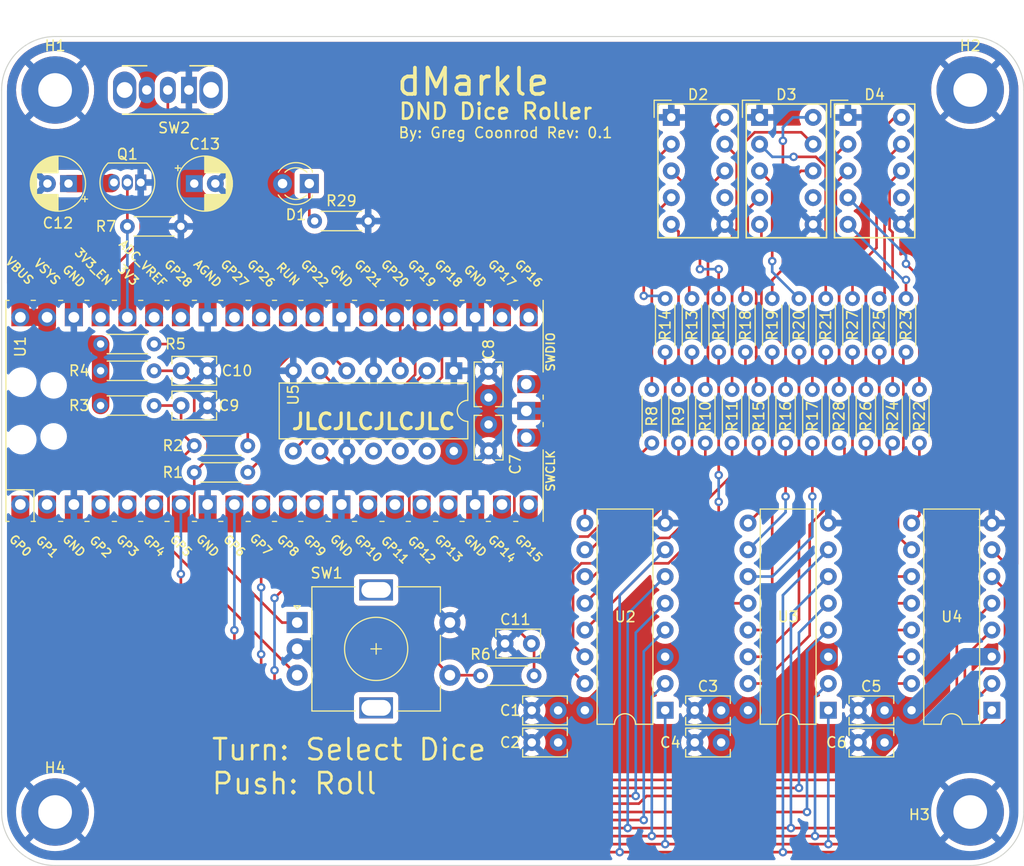
<source format=kicad_pcb>
(kicad_pcb (version 20211014) (generator pcbnew)
  (title_block (title "dMarkle") (date "2023-01-23") (rev "0.1") (company "Microcode.io"))
  (layers (0 "F.Cu" signal) (31 "B.Cu" power) (34 "B.Paste" user) (35 "F.Paste" user) (36 "B.SilkS" user "B.Silkscreen") (37 "F.SilkS" user "F.Silkscreen") (38 "B.Mask" user) (39 "F.Mask" user) (44 "Edge.Cuts" user))
  (net 0 "")
  (net 1 "+5V")
  (net 2 "GND")
  (net 3 "Net-(C9-Pad1)")
  (net 4 "Net-(C10-Pad1)")
  (net 5 "/R_~{SW}")
  (net 6 "+3.3V")
  (net 7 "Net-(D1-Pad1)")
  (net 8 "/R_CLK")
  (net 9 "/R_DT")
  (net 10 "Net-(R5-Pad2)")
  (net 11 "Net-(C11-Pad1)")
  (net 12 "Net-(D2-Pad2)")
  (net 13 "Net-(D2-Pad3)")
  (net 14 "Net-(D2-Pad4)")
  (net 15 "Net-(D2-Pad5)")
  (net 17 "Net-(D2-Pad8)")
  (net 18 "Net-(D2-Pad9)")
  (net 19 "Net-(D2-Pad10)")
  (net 20 "Net-(D3-Pad2)")
  (net 21 "Net-(D3-Pad3)")
  (net 22 "Net-(D3-Pad4)")
  (net 23 "Net-(D3-Pad5)")
  (net 25 "Net-(D3-Pad8)")
  (net 26 "Net-(D3-Pad9)")
  (net 27 "Net-(D3-Pad10)")
  (net 28 "Net-(D4-Pad2)")
  (net 29 "Net-(D4-Pad3)")
  (net 30 "Net-(D4-Pad4)")
  (net 31 "Net-(D4-Pad5)")
  (net 33 "Net-(D4-Pad8)")
  (net 34 "Net-(D4-Pad9)")
  (net 35 "Net-(D4-Pad10)")
  (net 36 "Net-(R1-Pad1)")
  (net 37 "Net-(R2-Pad1)")
  (net 38 "Net-(R8-Pad1)")
  (net 39 "Net-(R9-Pad1)")
  (net 40 "Net-(R10-Pad1)")
  (net 41 "Net-(R11-Pad1)")
  (net 42 "Net-(R12-Pad1)")
  (net 43 "Net-(R13-Pad1)")
  (net 44 "Net-(R14-Pad1)")
  (net 45 "Net-(U3-Pad9)")
  (net 46 "Net-(U3-Pad10)")
  (net 47 "Net-(U3-Pad11)")
  (net 48 "Net-(U3-Pad12)")
  (net 49 "Net-(U3-Pad13)")
  (net 50 "Net-(U3-Pad14)")
  (net 51 "Net-(U3-Pad15)")
  (net 52 "Net-(U4-Pad9)")
  (net 53 "Net-(U4-Pad10)")
  (net 54 "Net-(U4-Pad11)")
  (net 55 "Net-(U4-Pad12)")
  (net 56 "Net-(U4-Pad13)")
  (net 57 "Net-(U4-Pad14)")
  (net 58 "Net-(U4-Pad15)")
  (net 59 "/D0")
  (net 60 "/D1")
  (net 61 "/D2")
  (net 62 "/D3")
  (net 63 "/~{BL}1")
  (net 64 "/~{BL}2")
  (net 65 "/~{BL}3")
  (net 66 "/~{LE}1")
  (net 67 "/~{LE}2")
  (net 68 "/~{LE}3")
  (net 89 "/ENABLE")
  (footprint "MountingHole:MountingHole_3.2mm_M3_Pad" (layer "F.Cu") (at 93.98 78.74)
    (fp_text reference "H1")
    (fp_text value "M3")
  )
  (footprint "Capacitor_THT:C_Rect_L4.0mm_W2.5mm_P2.50mm" (layer "F.Cu") (at 139.192 131.318 180)
    (fp_text reference "C11")
    (fp_text value "0u1")
  )
  (footprint "Resistor_THT:R_Axial_DIN0204_L3.6mm_D1.6mm_P5.08mm_Horizontal" (layer "F.Cu") (at 169.672 103.632 90)
    (fp_text reference "R27")
    (fp_text value "330")
  )
  (footprint "Display_7Segment:HDSP-A151" (layer "F.Cu") (at 160.8545 81.3425)
    (fp_text reference "D3")
    (fp_text value "INND-TS30RCB")
  )
  (footprint "Resistor_THT:R_Axial_DIN0204_L3.6mm_D1.6mm_P5.08mm_Horizontal" (layer "F.Cu") (at 150.622 112.268 90)
    (fp_text reference "R8")
    (fp_text value "330")
  )
  (footprint "Display_7Segment:HDSP-A151" (layer "F.Cu") (at 152.4725 81.3425)
    (fp_text reference "D2")
    (fp_text value "INND-TS30RCB")
  )
  (footprint "Resistor_THT:R_Axial_DIN0204_L3.6mm_D1.6mm_P5.08mm_Horizontal" (layer "F.Cu") (at 176.022 112.268 90)
    (fp_text reference "R22")
    (fp_text value "330")
  )
  (footprint "Resistor_THT:R_Axial_DIN0204_L3.6mm_D1.6mm_P5.08mm_Horizontal" (layer "F.Cu") (at 98.298 108.712)
    (fp_text reference "R3")
    (fp_text value "10k")
  )
  (footprint "Display_7Segment:HDSP-A151" (layer "F.Cu") (at 169.2365 81.3425)
    (fp_text reference "D4")
    (fp_text value "INND-TS30RCB")
  )
  (footprint "Resistor_THT:R_Axial_DIN0204_L3.6mm_D1.6mm_P5.08mm_Horizontal" (layer "F.Cu") (at 164.592 103.632 90)
    (fp_text reference "R20")
    (fp_text value "330")
  )
  (footprint "Resistor_THT:R_Axial_DIN0204_L3.6mm_D1.6mm_P5.08mm_Horizontal" (layer "F.Cu") (at 159.512 103.632 90)
    (fp_text reference "R18")
    (fp_text value "330")
  )
  (footprint "Capacitor_THT:C_Rect_L4.0mm_W2.5mm_P2.50mm" (layer "F.Cu") (at 172.72 140.716 180)
    (fp_text reference "C6")
    (fp_text value "0u1")
  )
  (footprint "Package_DIP:DIP-16_W7.62mm" (layer "F.Cu") (at 167.376 137.653 180)
    (fp_text reference "U3")
    (fp_text value "74HC4511")
  )
  (footprint "Capacitor_THT:C_Rect_L4.0mm_W2.5mm_P2.50mm" (layer "F.Cu") (at 105.938 108.712)
    (fp_text reference "C9")
    (fp_text value "10n")
  )
  (footprint "Resistor_THT:R_Axial_DIN0204_L3.6mm_D1.6mm_P5.08mm_Horizontal" (layer "F.Cu") (at 112.268 115.062 180)
    (fp_text reference "R1")
    (fp_text value "10k")
  )
  (footprint "Capacitor_THT:C_Rect_L4.0mm_W2.5mm_P2.50mm" (layer "F.Cu") (at 172.72 137.668 180)
    (fp_text reference "C5")
    (fp_text value "1u")
  )
  (footprint "Button_Switch_THT:SW_CuK_OS102011MA1QN1_SPDT_Angled" (layer "F.Cu") (at 106.68 78.74 180)
    (fp_text reference "SW2")
    (fp_text value "SW_EN")
  )
  (footprint "Resistor_THT:R_Axial_DIN0204_L3.6mm_D1.6mm_P5.08mm_Horizontal" (layer "F.Cu") (at 172.212 103.632 90)
    (fp_text reference "R25")
    (fp_text value "330")
  )
  (footprint "Capacitor_THT:C_Rect_L4.0mm_W2.5mm_P2.50mm" (layer "F.Cu") (at 157.206 140.716 180)
    (fp_text reference "C4")
    (fp_text value "0u1")
  )
  (footprint "Resistor_THT:R_Axial_DIN0204_L3.6mm_D1.6mm_P5.08mm_Horizontal" (layer "F.Cu") (at 170.942 112.268 90)
    (fp_text reference "R26")
    (fp_text value "330")
  )
  (footprint "Capacitor_THT:CP_Radial_D5.0mm_P2.00mm" (layer "F.Cu") (at 107.188 87.63)
    (fp_text reference "C13")
    (fp_text value "10u")
  )
  (footprint "Resistor_THT:R_Axial_DIN0204_L3.6mm_D1.6mm_P5.08mm_Horizontal" (layer "F.Cu") (at 168.402 112.268 90)
    (fp_text reference "R28")
    (fp_text value "330")
  )
  (footprint "Resistor_THT:R_Axial_DIN0204_L3.6mm_D1.6mm_P5.08mm_Horizontal" (layer "F.Cu") (at 134.366 134.366)
    (fp_text reference "R6")
    (fp_text value "200k")
  )
  (footprint "Resistor_THT:R_Axial_DIN0204_L3.6mm_D1.6mm_P5.08mm_Horizontal" (layer "F.Cu") (at 98.298 105.41)
    (fp_text reference "R4")
    (fp_text value "10k")
  )
  (footprint "Capacitor_THT:C_Rect_L4.0mm_W2.5mm_P2.50mm" (layer "F.Cu") (at 135.128 110.51 -90)
    (fp_text reference "C7")
    (fp_text value "1u")
  )
  (footprint "Resistor_THT:R_Axial_DIN0204_L3.6mm_D1.6mm_P5.08mm_Horizontal" (layer "F.Cu") (at 153.162 112.268 90)
    (fp_text reference "R9")
    (fp_text value "330")
  )
  (footprint "Package_DIP:DIP-16_W7.62mm" (layer "F.Cu") (at 182.9 137.653 180)
    (fp_text reference "U4")
    (fp_text value "74HC4511")
  )
  (footprint "MountingHole:MountingHole_3.2mm_M3_Pad" (layer "F.Cu") (at 180.848 147.32)
    (fp_text reference "H3")
    (fp_text value "M3")
  )
  (footprint "Resistor_THT:R_Axial_DIN0204_L3.6mm_D1.6mm_P5.08mm_Horizontal" (layer "F.Cu") (at 173.482 112.268 90)
    (fp_text reference "R24")
    (fp_text value "330")
  )
  (footprint "Resistor_THT:R_Axial_DIN0204_L3.6mm_D1.6mm_P5.08mm_Horizontal" (layer "F.Cu") (at 100.838 91.694)
    (fp_text reference "R7")
    (fp_text value "10k")
  )
  (footprint "Capacitor_THT:C_Rect_L4.0mm_W2.5mm_P2.50mm" (layer "F.Cu") (at 135.128 107.95 90)
    (fp_text reference "C8")
    (fp_text value "0u1")
  )
  (footprint "Capacitor_THT:C_Rect_L4.0mm_W2.5mm_P2.50mm" (layer "F.Cu") (at 157.206 137.668 180)
    (fp_text reference "C3")
    (fp_text value "1u")
  )
  (footprint "MountingHole:MountingHole_3.2mm_M3_Pad" (layer "F.Cu") (at 180.848 78.74)
    (fp_text reference "H2")
    (fp_text value "M3")
  )
  (footprint "Capacitor_THT:C_Rect_L4.0mm_W2.5mm_P2.50mm" (layer "F.Cu") (at 141.732 140.716 180)
    (fp_text reference "C2")
    (fp_text value "0u1")
  )
  (footprint "Resistor_THT:R_Axial_DIN0204_L3.6mm_D1.6mm_P5.08mm_Horizontal" (layer "F.Cu") (at 160.782 112.268 90)
    (fp_text reference "R15")
    (fp_text value "330")
  )
  (footprint "Resistor_THT:R_Axial_DIN0204_L3.6mm_D1.6mm_P5.08mm_Horizontal" (layer "F.Cu") (at 163.322 112.268 90)
    (fp_text reference "R16")
    (fp_text value "330")
  )
  (footprint "Capacitor_THT:C_Rect_L4.0mm_W2.5mm_P2.50mm" (layer "F.Cu") (at 141.732 137.668 180)
    (fp_text reference "C1")
    (fp_text value "1u")
  )
  (footprint "Resistor_THT:R_Axial_DIN0204_L3.6mm_D1.6mm_P5.08mm_Horizontal" (layer "F.Cu") (at 162.052 103.632 90)
    (fp_text reference "R19")
    (fp_text value "330")
  )
  (footprint "Resistor_THT:R_Axial_DIN0204_L3.6mm_D1.6mm_P5.08mm_Horizontal" (layer "F.Cu") (at 156.972 103.632 90)
    (fp_text reference "R12")
    (fp_text value "330")
  )
  (footprint "MountingHole:MountingHole_3.2mm_M3_Pad" (layer "F.Cu") (at 93.98 147.32)
    (fp_text reference "H4")
    (fp_text value "M3")
  )
  (footprint "MCU_RaspberryPi_and_Boards:RPi_Pico_SMD_TH" (layer "F.Cu") (at 114.808 109.22 90)
    (fp_text reference "U1")
    (fp_text value "Pico")
  )
  (footprint "Resistor_THT:R_Axial_DIN0204_L3.6mm_D1.6mm_P5.08mm_Horizontal" (layer "F.Cu") (at 174.752 103.632 90)
    (fp_text reference "R23")
    (fp_text value "330")
  )
  (footprint "Resistor_THT:R_Axial_DIN0204_L3.6mm_D1.6mm_P5.08mm_Horizontal" (layer "F.Cu") (at 154.432 103.632 90)
    (fp_text reference "R13")
    (fp_text value "330")
  )
  (footprint "Resistor_THT:R_Axial_DIN0204_L3.6mm_D1.6mm_P5.08mm_Horizontal" (layer "F.Cu") (at 118.618 91.186)
    (fp_text reference "R29")
    (fp_text value "300")
  )
  (footprint "Resistor_THT:R_Axial_DIN0204_L3.6mm_D1.6mm_P5.08mm_Horizontal" (layer "F.Cu") (at 155.702 112.268 90)
    (fp_text reference "R10")
    (fp_text value "330")
  )
  (footprint "Resistor_THT:R_Axial_DIN0204_L3.6mm_D1.6mm_P5.08mm_Horizontal" (layer "F.Cu") (at 98.298 102.87)
    (fp_text reference "R5")
    (fp_text value "10k")
  )
  (footprint "Resistor_THT:R_Axial_DIN0204_L3.6mm_D1.6mm_P5.08mm_Horizontal" (layer "F.Cu") (at 165.862 112.268 90)
    (fp_text reference "R17")
    (fp_text value "330")
  )
  (footprint "Package_DIP:DIP-16_W7.62mm" (layer "F.Cu") (at 151.89 137.653 180)
    (fp_text reference "U2")
    (fp_text value "74HC4511")
  )
  (footprint "Package_DIP:DIP-14_W7.62mm" (layer "F.Cu") (at 131.826 105.41 -90)
    (fp_text reference "U5")
    (fp_text value "74LS125")
  )
  (footprint "Resistor_THT:R_Axial_DIN0204_L3.6mm_D1.6mm_P5.08mm_Horizontal" (layer "F.Cu") (at 167.132 103.632 90)
    (fp_text reference "R21")
    (fp_text value "330")
  )
  (footprint "Capacitor_THT:C_Rect_L4.0mm_W2.5mm_P2.50mm" (layer "F.Cu") (at 105.938 105.41)
    (fp_text reference "C10")
    (fp_text value "10n")
  )
  (footprint "Rotary_Encoder:RotaryEncoder_Alps_EC11E-Switch_Vertical_H20mm" (layer "F.Cu") (at 116.956 129.326)
    (fp_text reference "SW1")
    (fp_text value "SW_Choice")
  )
  (footprint "LED_THT:LED_D3.0mm" (layer "F.Cu") (at 118.11 87.63 180)
    (fp_text reference "D1")
    (fp_text value "PWR")
  )
  (footprint "Resistor_THT:R_Axial_DIN0204_L3.6mm_D1.6mm_P5.08mm_Horizontal" (layer "F.Cu") (at 112.268 112.522 180)
    (fp_text reference "R2")
    (fp_text value "10k")
  )
  (footprint "Package_TO_SOT_THT:TO-92_Inline" (layer "F.Cu") (at 102.108 87.524 180)
    (fp_text reference "Q1")
    (fp_text value "2N7000")
  )
  (footprint "Resistor_THT:R_Axial_DIN0204_L3.6mm_D1.6mm_P5.08mm_Horizontal" (layer "F.Cu") (at 151.892 103.632 90)
    (fp_text reference "R14")
    (fp_text value "330")
  )
  (footprint "Capacitor_THT:CP_Radial_D5.0mm_P2.00mm" (layer "F.Cu") (at 95.25 87.63 180)
    (fp_text reference "C12")
    (fp_text value "10u")
  )
  (footprint "Resistor_THT:R_Axial_DIN0204_L3.6mm_D1.6mm_P5.08mm_Horizontal" (layer "F.Cu") (at 158.242 112.268 90)
    (fp_text reference "R11")
    (fp_text value "330")
  )
  (gr_line (start 180.848 152.4) (end 93.98 152.4) (layer "Edge.Cuts") (width 0.1))
  (gr_arc (start 185.928 147.32) (mid 184.440102 150.912102) (end 180.848 152.4) (layer "Edge.Cuts") (width 0.1))
  (gr_arc (start 93.98 152.4) (mid 90.387898 150.912102) (end 88.9 147.32) (layer "Edge.Cuts") (width 0.1))
  (gr_arc (start 88.9 78.74) (mid 90.387898 75.147898) (end 93.98 73.66) (layer "Edge.Cuts") (width 0.1))
  (gr_line (start 93.98 73.66) (end 180.848 73.66) (layer "Edge.Cuts") (width 0.1))
  (gr_line (start 185.928 78.74) (end 185.928 147.32) (layer "Edge.Cuts") (width 0.1))
  (gr_arc (start 180.848 73.66) (mid 184.440102 75.147898) (end 185.928 78.74) (layer "Edge.Cuts") (width 0.1))
  (gr_line (start 88.9 147.32) (end 88.9 78.74) (layer "Edge.Cuts") (width 0.1))
  (gr_text "JLCJLCJLCJLC" (at 124.206 110.236) (layer "F.SilkS") (effects (font (size 1.5 1.5) (thickness 0.3))))
  (gr_text "dMarkle" (at 126.238 77.978) (layer "F.SilkS") (effects (font (size 2.5 2.5) (thickness 0.35)) (justify left)))
  (gr_text "By: Greg Coonrod Rev: 0.1" (at 126.492 82.804) (layer "F.SilkS") (effects (font (size 1 1)) (justify left)))
  (gr_text "DND Dice Roller" (at 126.492 80.772) (layer "F.SilkS") (effects (font (size 1.5 1.5) (thickness 0.25)) (justify left)))
  (gr_text "Turn: Select Dice\nPush: Roll" (at 108.712 143.002) (layer "F.SilkS") (effects (font (size 2 2) (thickness 0.25)) (justify left)))
  (segment (start 93.218 102.108) (end 93.98 102.87) (width 1.65) (layer "F.Cu") (net 1))
  (segment (start 93.218 96.012) (end 97.536 91.694) (width 1.65) (layer "F.Cu") (net 1))
  (segment (start 93.218 100.33) (end 93.218 96.012) (width 1.65) (layer "F.Cu") (net 1))
  (segment (start 97.536 87.63) (end 99.288 87.63) (width 1.65) (layer "F.Cu") (net 1))
  (segment (start 99.288 87.63) (end 99.288 87.524) (width 1.65) (layer "F.Cu") (net 1))
  (segment (start 93.218 100.33) (end 93.218 102.108) (width 1.65) (layer "F.Cu") (net 1))
  (segment (start 93.98 102.87) (end 98.298 102.87) (width 1.65) (layer "F.Cu") (net 1))
  (segment (start 97.536 91.694) (end 97.536 87.63) (width 1.65) (layer "F.Cu") (net 1))
  (segment (start 90.678 100.33) (end 93.218 100.33) (width 1.65) (layer "F.Cu") (net 1))
  (segment (start 98.298 102.87) (end 98.298 108.712) (width 1.65) (layer "F.Cu") (net 1))
  (segment (start 97.536 87.63) (end 95.25 87.63) (width 1.65) (layer "F.Cu") (net 1))
  (segment (start 116.956 131.826) (end 120.396 131.826) (width 1.65) (layer "B.Cu") (net 2))
  (segment (start 104.743 114.967) (end 104.743 122.113) (width 0.25) (layer "F.Cu") (net 3))
  (segment (start 107.188 112.522) (end 104.743 114.967) (width 0.25) (layer "F.Cu") (net 3))
  (segment (start 103.378 108.712) (end 105.938 108.712) (width 0.25) (layer "F.Cu") (net 3))
  (segment (start 104.743 122.113) (end 116.956 134.326) (width 0.25) (layer "F.Cu") (net 3))
  (segment (start 105.938 111.272) (end 107.188 112.522) (width 0.25) (layer "F.Cu") (net 3))
  (segment (start 105.938 108.712) (end 105.938 111.272) (width 0.25) (layer "F.Cu") (net 3))
  (segment (start 108.458 113.792) (end 107.188 115.062) (width 0.25) (layer "F.Cu") (net 4))
  (segment (start 107.188 110.744) (end 108.458 112.014) (width 0.25) (layer "F.Cu") (net 4))
  (segment (start 107.188 115.062) (end 107.188 120.99) (width 0.25) (layer "F.Cu") (net 4))
  (segment (start 103.378 105.41) (end 105.938 105.41) (width 0.25) (layer "F.Cu") (net 4))
  (segment (start 107.188 120.99) (end 115.524 129.326) (width 0.25) (layer "F.Cu") (net 4))
  (segment (start 108.458 112.014) (end 108.458 113.792) (width 0.25) (layer "F.Cu") (net 4))
  (segment (start 107.188 106.66) (end 107.188 110.744) (width 0.25) (layer "F.Cu") (net 4))
  (segment (start 115.524 129.326) (end 116.956 129.326) (width 0.25) (layer "F.Cu") (net 4))
  (segment (start 105.938 105.41) (end 107.188 106.66) (width 0.25) (layer "F.Cu") (net 4))
  (segment (start 130.701 106.027) (end 130.701 100.947) (width 0.25) (layer "F.Cu") (net 5))
  (segment (start 128.016 108.712) (end 130.701 106.027) (width 0.25) (layer "F.Cu") (net 5))
  (segment (start 120.904 108.712) (end 128.016 108.712) (width 0.25) (layer "F.Cu") (net 5))
  (segment (start 130.701 100.947) (end 131.318 100.33) (width 0.25) (layer "F.Cu") (net 5))
  (segment (start 116.586 113.03) (end 120.904 108.712) (width 0.25) (layer "F.Cu") (net 5))
  (segment (start 157.206 137.668) (end 159.741 137.668) (width 1.65) (layer "F.Cu") (net 6))
  (segment (start 100.838 91.694) (end 100.838 87.524) (width 0.25) (layer "F.Cu") (net 6))
  (segment (start 144.27 137.653) (end 144.541 137.653) (width 1.65) (layer "F.Cu") (net 6))
  (segment (start 172.72 140.716) (end 172.72 137.668) (width 1.65) (layer "F.Cu") (net 6))
  (segment (start 172.72 137.668) (end 175.265 137.668) (width 1.65) (layer "F.Cu") (net 6))
  (segment (start 141.224 117.602) (end 141.224 128.27) (width 1.65) (layer "F.Cu") (net 6))
  (segment (start 100.838 100.33) (end 100.838 96.774) (width 1.65) (layer "F.Cu") (net 6))
  (segment (start 135.128 107.95) (end 135.128 110.51) (width 1.65) (layer "F.Cu") (net 6))
  (segment (start 141.732 95.758) (end 143.51 97.536) (width 1.65) (layer "F.Cu") (net 6))
  (segment (start 141.732 137.668) (end 144.255 137.668) (width 1.65) (layer "F.Cu") (net 6))
  (segment (start 144.541 137.653) (end 149.621 132.573) (width 1.65) (layer "F.Cu") (net 6))
  (segment (start 143.51 97.536) (end 143.51 115.316) (width 1.65) (layer "F.Cu") (net 6))
  (segment (start 141.732 140.716) (end 141.732 137.668) (width 1.65) (layer "F.Cu") (net 6))
  (segment (start 160.797 137.653) (end 165.877 132.573) (width 1.65) (layer "F.Cu") (net 6))
  (segment (start 159.741 137.668) (end 159.756 137.653) (width 1.65) (layer "F.Cu") (net 6))
  (segment (start 159.756 137.653) (end 160.797 137.653) (width 1.65) (layer "F.Cu") (net 6))
  (segment (start 134.346 110.51) (end 131.826 113.03) (width 1.65) (layer "F.Cu") (net 6))
  (segment (start 144.255 137.668) (end 144.27 137.653) (width 1.65) (layer "F.Cu") (net 6))
  (segment (start 100.838 96.774) (end 101.854 95.758) (width 1.65) (layer "F.Cu") (net 6))
  (segment (start 165.877 132.573) (end 167.376 132.573) (width 1.65) (layer "F.Cu") (net 6))
  (segment (start 149.621 132.573) (end 151.89 132.573) (width 1.65) (layer "F.Cu") (net 6))
  (segment (start 143.51 115.316) (end 141.224 117.602) (width 1.65) (layer "F.Cu") (net 6))
  (segment (start 102.68 79.305254) (end 102.68 78.74) (width 0.25) (layer "F.Cu") (net 6))
  (segment (start 135.128 110.51) (end 134.346 110.51) (width 1.65) (layer "F.Cu") (net 6))
  (segment (start 101.854 95.758) (end 141.732 95.758) (width 1.65) (layer "F.Cu") (net 6))
  (segment (start 175.265 137.668) (end 175.28 137.653) (width 1.65) (layer "F.Cu") (net 6))
  (segment (start 157.206 140.716) (end 157.206 137.668) (width 1.65) (layer "F.Cu") (net 6))
  (segment (start 100.838 91.694) (end 100.838 100.33) (width 0.25) (layer "B.Cu") (net 6))
  (segment (start 180.40094 132.573) (end 175.32094 137.653) (width 1.65) (layer "B.Cu") (net 6))
  (segment (start 182.9 132.573) (end 180.40094 132.573) (width 1.65) (layer "B.Cu") (net 6))
  (segment (start 175.32094 137.653) (end 175.28 137.653) (width 1.65) (layer "B.Cu") (net 6))
  (segment (start 118.11 90.678) (end 118.618 91.186) (width 0.25) (layer "F.Cu") (net 7))
  (segment (start 118.11 87.63) (end 118.11 90.678) (width 0.25) (layer "F.Cu") (net 7))
  (segment (start 126.746 100.838) (end 126.238 100.33) (width 0.25) (layer "F.Cu") (net 8))
  (segment (start 126.746 105.41) (end 126.746 100.838) (width 0.25) (layer "F.Cu") (net 8))
  (segment (start 119.126 105.41) (end 120.65 106.934) (width 0.25) (layer "F.Cu") (net 9))
  (segment (start 128.161 105.773) (end 128.161 100.947) (width 0.25) (layer "F.Cu") (net 9))
  (segment (start 120.65 106.934) (end 127 106.934) (width 0.25) (layer "F.Cu") (net 9))
  (segment (start 127 106.934) (end 128.161 105.773) (width 0.25) (layer "F.Cu") (net 9))
  (segment (start 128.161 100.947) (end 128.778 100.33) (width 0.25) (layer "F.Cu") (net 9))
  (segment (start 111.506 116.332) (end 126.81 116.332) (width 0.25) (layer "F.Cu") (net 10))
  (segment (start 126.81 116.332) (end 127.603 117.125) (width 0.25) (layer "F.Cu") (net 10))
  (segment (start 127.603 117.125) (end 127.603 130.473) (width 0.25) (layer "F.Cu") (net 10))
  (segment (start 131.456 134.326) (end 134.326 134.326) (width 0.25) (layer "F.Cu") (net 10))
  (segment (start 134.326 134.326) (end 134.366 134.366) (width 0.25) (layer "F.Cu") (net 10))
  (segment (start 127.603 130.473) (end 131.456 134.326) (width 0.25) (layer "F.Cu") (net 10))
  (segment (start 108.966 102.87) (end 110.744 104.648) (width 0.25) (layer "F.Cu") (net 10))
  (segment (start 110.744 115.57) (end 111.506 116.332) (width 0.25) (layer "F.Cu") (net 10))
  (segment (start 103.378 102.87) (end 108.966 102.87) (width 0.25) (layer "F.Cu") (net 10))
  (segment (start 110.744 104.648) (end 110.744 115.57) (width 0.25) (layer "F.Cu") (net 10))
  (segment (start 139.446 131.572) (end 139.192 131.318) (width 0.25) (layer "F.Cu") (net 11))
  (segment (start 119.126 113.03) (end 121.666 115.57) (width 0.25) (layer "F.Cu") (net 11))
  (segment (start 137.573 129.699) (end 139.192 131.318) (width 0.25) (layer "F.Cu") (net 11))
  (segment (start 121.666 115.57) (end 136.652 115.57) (width 0.25) (layer "F.Cu") (net 11))
  (segment (start 136.652 115.57) (end 137.573 116.491) (width 0.25) (layer "F.Cu") (net 11))
  (segment (start 139.446 134.366) (end 139.446 131.572) (width 0.25) (layer "F.Cu") (net 11))
  (segment (start 137.573 116.491) (end 137.573 129.699) (width 0.25) (layer "F.Cu") (net 11))
  (segment (start 149.86 86.495) (end 149.86 98.298) (width 0.25) (layer "F.Cu") (net 12))
  (segment (start 152.4725 83.8825) (end 149.86 86.495) (width 0.25) (layer "F.Cu") (net 12))
  (via (at 149.86 98.298) (size 0.8) (drill 0.4) (layers "F.Cu" "B.Cu") (net 12))
  (segment (start 151.638 98.298) (end 151.892 98.552) (width 0.25) (layer "B.Cu") (net 12))
  (segment (start 149.86 98.298) (end 151.638 98.298) (width 0.25) (layer "B.Cu") (net 12))
  (segment (start 154.178 88.128) (end 152.4725 86.4225) (width 0.25) (layer "F.Cu") (net 13))
  (segment (start 154.432 98.552) (end 154.178 98.298) (width 0.25) (layer "F.Cu") (net 13))
  (segment (start 154.178 98.298) (end 154.178 88.128) (width 0.25) (layer "F.Cu") (net 13))
  (segment (start 150.622 90.813) (end 152.4725 88.9625) (width 0.25) (layer "F.Cu") (net 14))
  (segment (start 150.622 107.188) (end 150.622 90.813) (width 0.25) (layer "F.Cu") (net 14))
  (segment (start 153.162 92.192) (end 152.4725 91.5025) (width 0.25) (layer "F.Cu") (net 15))
  (segment (start 153.162 107.188) (end 153.162 92.192) (width 0.25) (layer "F.Cu") (net 15))
  (segment (start 155.947 106.925) (end 155.947 98.127431) (width 0.25) (layer "F.Cu") (net 17))
  (segment (start 155.947 98.127431) (end 155.956 98.118431) (width 0.25) (layer "F.Cu") (net 17))
  (segment (start 155.956 88.019) (end 157.5525 86.4225) (width 0.25) (layer "F.Cu") (net 17))
  (segment (start 155.956 106.934) (end 155.947 106.925) (width 0.25) (layer "F.Cu") (net 17))
  (segment (start 155.702 107.188) (end 155.956 106.934) (width 0.25) (layer "F.Cu") (net 17))
  (segment (start 155.956 98.118431) (end 155.956 88.019) (width 0.25) (layer "F.Cu") (net 17))
  (segment (start 158.6775 91.968491) (end 158.6775 85.0075) (width 0.25) (layer "F.Cu") (net 18))
  (segment (start 158.6775 85.0075) (end 157.5525 83.8825) (width 0.25) (layer "F.Cu") (net 18))
  (segment (start 158.242 107.188) (end 158.242 92.403991) (width 0.25) (layer "F.Cu") (net 18))
  (segment (start 158.242 92.403991) (end 158.6775 91.968491) (width 0.25) (layer "F.Cu") (net 18))
  (segment (start 155.194 95.758) (end 155.194 83.701) (width 0.25) (layer "F.Cu") (net 19))
  (segment (start 156.972 98.552) (end 156.972 95.758) (width 0.25) (layer "F.Cu") (net 19))
  (segment (start 155.194 83.701) (end 157.5525 81.3425) (width 0.25) (layer "F.Cu") (net 19))
  (via (at 155.194 95.758) (size 0.8) (drill 0.4) (layers "F.Cu" "B.Cu") (net 19))
  (via (at 156.972 95.758) (size 0.8) (drill 0.4) (layers "F.Cu" "B.Cu") (net 19))
  (segment (start 156.972 95.758) (end 155.194 95.758) (width 0.25) (layer "B.Cu") (net 19))
  (segment (start 167.132 86.029009) (end 166.192991 85.09) (width 0.25) (layer "F.Cu") (net 20))
  (segment (start 167.132 98.552) (end 167.132 86.029009) (width 0.25) (layer "F.Cu") (net 20))
  (segment (start 166.192991 85.09) (end 164.084 85.09) (width 0.25) (layer "F.Cu") (net 20))
  (via (at 164.084 85.09) (size 0.8) (drill 0.4) (layers "F.Cu" "B.Cu") (net 20))
  (segment (start 164.084 85.09) (end 162.062 85.09) (width 0.25) (layer "B.Cu") (net 20))
  (segment (start 162.062 85.09) (end 160.8545 83.8825) (width 0.25) (layer "B.Cu") (net 20))
  (segment (start 162.052 94.996) (end 162.052 87.62) (width 0.25) (layer "F.Cu") (net 21))
  (segment (start 162.052 87.62) (end 160.8545 86.4225) (width 0.25) (layer "F.Cu") (net 21))
  (via (at 162.052 94.996) (size 0.8) (drill 0.4) (layers "F.Cu" "B.Cu") (net 21))
  (segment (start 162.052 96.012) (end 162.052 94.996) (width 0.25) (layer "B.Cu") (net 21))
  (segment (start 164.592 98.552) (end 162.052 96.012) (width 0.25) (layer "B.Cu") (net 21))
  (segment (start 160.528 106.934) (end 160.528 104.065569) (width 0.25) (layer "F.Cu") (net 22))
  (segment (start 159.7295 96.7375) (end 159.7295 90.0875) (width 0.25) (layer "F.Cu") (net 22))
  (segment (start 160.528 103.198431) (end 160.528 98.985569) (width 0.25) (layer "F.Cu") (net 22))
  (segment (start 160.528 104.065569) (end 160.537 104.056569) (width 0.25) (layer "F.Cu") (net 22))
  (segment (start 160.537 97.545) (end 159.7295 96.7375) (width 0.25) (layer "F.Cu") (net 22))
  (segment (start 160.537 104.056569) (end 160.537 103.207431) (width 0.25) (layer "F.Cu") (net 22))
  (segment (start 160.537 103.207431) (end 160.528 103.198431) (width 0.25) (layer "F.Cu") (net 22))
  (segment (start 160.528 98.985569) (end 160.537 98.976569) (width 0.25) (layer "F.Cu") (net 22))
  (segment (start 160.537 98.976569) (end 160.537 97.545) (width 0.25) (layer "F.Cu") (net 22))
  (segment (start 160.782 107.188) (end 160.528 106.934) (width 0.25) (layer "F.Cu") (net 22))
  (segment (start 159.7295 90.0875) (end 160.8545 88.9625) (width 0.25) (layer "F.Cu") (net 22))
  (segment (start 161.027 91.675) (end 160.8545 91.5025) (width 0.25) (layer "F.Cu") (net 23))
  (segment (start 163.322 107.188) (end 163.322 103.124) (width 0.25) (layer "F.Cu") (net 23))
  (segment (start 161.027 100.829) (end 161.027 91.675) (width 0.25) (layer "F.Cu") (net 23))
  (segment (start 163.322 103.124) (end 161.027 100.829) (width 0.25) (layer "F.Cu") (net 23))
  (segment (start 165.862 97.79) (end 164.084 96.012) (width 0.25) (layer "F.Cu") (net 25))
  (segment (start 164.084 87.122) (end 164.7835 86.4225) (width 0.25) (layer "F.Cu") (net 25))
  (segment (start 164.084 96.012) (end 164.084 87.122) (width 0.25) (layer "F.Cu") (net 25))
  (segment (start 165.862 107.188) (end 165.862 97.79) (width 0.25) (layer "F.Cu") (net 25))
  (segment (start 164.7835 86.4225) (end 165.9345 86.4225) (width 0.25) (layer "F.Cu") (net 25))
  (segment (start 164.856 82.804) (end 165.9345 83.8825) (width 0.25) (layer "F.Cu") (net 26))
  (segment (start 159.512 98.552) (end 159.258 98.298) (width 0.25) (layer "F.Cu") (net 26))
  (segment (start 160.388509 82.7575) (end 164.7995 82.7575) (width 0.25) (layer "F.Cu") (net 26))
  (segment (start 159.258 98.298) (end 159.258 83.888009) (width 0.25) (layer "F.Cu") (net 26))
  (segment (start 164.846 82.804) (end 164.856 82.804) (width 0.25) (layer "F.Cu") (net 26))
  (segment (start 159.258 83.888009) (end 160.388509 82.7575) (width 0.25) (layer "F.Cu") (net 26))
  (segment (start 164.7995 82.7575) (end 164.846 82.804) (width 0.25) (layer "F.Cu") (net 26))
  (segment (start 163.068 95.758) (end 163.068 83.566) (width 0.25) (layer "F.Cu") (net 27))
  (segment (start 162.052 96.774) (end 163.068 95.758) (width 0.25) (layer "F.Cu") (net 27))
  (segment (start 162.052 98.552) (end 162.052 96.774) (width 0.25) (layer "F.Cu") (net 27))
  (via (at 163.068 83.566) (size 0.8) (drill 0.4) (layers "F.Cu" "B.Cu") (net 27))
  (segment (start 163.068 83.566) (end 163.068 82.296) (width 0.25) (layer "B.Cu") (net 27))
  (segment (start 163.068 82.296) (end 164.0215 81.3425) (width 0.25) (layer "B.Cu") (net 27))
  (segment (start 164.0215 81.3425) (end 165.9345 81.3425) (width 0.25) (layer "B.Cu") (net 27))
  (segment (start 169.1015 83.8825) (end 169.2365 83.8825) (width 0.25) (layer "F.Cu") (net 28))
  (segment (start 167.64 85.344) (end 169.1015 83.8825) (width 0.25) (layer "F.Cu") (net 28))
  (segment (start 168.402 107.188) (end 168.402 94.488) (width 0.25) (layer "F.Cu") (net 28))
  (segment (start 168.402 94.488) (end 167.64 93.726) (width 0.25) (layer "F.Cu") (net 28))
  (segment (start 167.64 93.726) (end 167.64 85.344) (width 0.25) (layer "F.Cu") (net 28))
  (segment (start 169.672 94.742) (end 168.09 93.16) (width 0.25) (layer "F.Cu") (net 29))
  (segment (start 168.09 87.569) (end 169.2365 86.4225) (width 0.25) (layer "F.Cu") (net 29))
  (segment (start 169.672 98.552) (end 169.672 94.742) (width 0.25) (layer "F.Cu") (net 29))
  (segment (start 168.09 93.16) (end 168.09 87.569) (width 0.25) (layer "F.Cu") (net 29))
  (segment (start 176.022 96.52) (end 174.752 95.25) (width 0.25) (layer "F.Cu") (net 30))
  (segment (start 176.022 107.188) (end 176.022 96.52) (width 0.25) (layer "F.Cu") (net 30))
  (via (at 174.752 95.25) (size 0.8) (drill 0.4) (layers "F.Cu" "B.Cu") (net 30))
  (segment (start 174.752 95.25) (end 174.752 94.478) (width 0.25) (layer "B.Cu") (net 30))
  (segment (start 174.752 94.478) (end 169.2365 88.9625) (width 0.25) (layer "B.Cu") (net 30))
  (segment (start 174.752 98.552) (end 174.752 96.774) (width 0.25) (layer "F.Cu") (net 31))
  (via (at 174.752 96.774) (size 0.8) (drill 0.4) (layers "F.Cu" "B.Cu") (net 31))
  (segment (start 174.752 96.774) (end 174.508 96.774) (width 0.25) (layer "B.Cu") (net 31))
  (segment (start 174.508 96.774) (end 169.2365 91.5025) (width 0.25) (layer "B.Cu") (net 31))
  (segment (start 173.1915 91.968491) (end 173.1915 87.5475) (width 0.25) (layer "F.Cu") (net 33))
  (segment (start 173.1915 87.5475) (end 174.3165 86.4225) (width 0.25) (layer "F.Cu") (net 33))
  (segment (start 173.482 92.258991) (end 173.1915 91.968491) (width 0.25) (layer "F.Cu") (net 33))
  (segment (start 173.482 107.188) (end 173.482 92.258991) (width 0.25) (layer "F.Cu") (net 33))
  (segment (start 172.72 98.044) (end 172.72 85.479) (width 0.25) (layer "F.Cu") (net 34))
  (segment (start 172.212 98.552) (end 172.72 98.044) (width 0.25) (layer "F.Cu") (net 34))
  (segment (start 172.72 85.479) (end 174.3165 83.8825) (width 0.25) (layer "F.Cu") (net 34))
  (segment (start 171.958 83.058) (end 173.6735 81.3425) (width 0.25) (layer "F.Cu") (net 35))
  (segment (start 170.942 94.742) (end 171.958 93.726) (width 0.25) (layer "F.Cu") (net 35))
  (segment (start 170.942 107.188) (end 170.942 94.742) (width 0.25) (layer "F.Cu") (net 35))
  (segment (start 173.6735 81.3425) (end 174.3165 81.3425) (width 0.25) (layer "F.Cu") (net 35))
  (segment (start 171.958 93.726) (end 171.958 83.058) (width 0.25) (layer "F.Cu") (net 35))
  (segment (start 119.38 107.95) (end 126.746 107.95) (width 0.25) (layer "F.Cu") (net 36))
  (segment (start 129.286 105.41) (end 126.746 107.95) (width 0.25) (layer "F.Cu") (net 36))
  (segment (start 112.268 115.062) (end 119.38 107.95) (width 0.25) (layer "F.Cu") (net 36))
  (segment (start 120.142 103.886) (end 116.332 103.886) (width 0.25) (layer "F.Cu") (net 37))
  (segment (start 121.666 105.41) (end 120.142 103.886) (width 0.25) (layer "F.Cu") (net 37))
  (segment (start 116.332 103.886) (end 112.268 107.95) (width 0.25) (layer "F.Cu") (net 37))
  (segment (start 112.268 107.95) (end 112.268 112.522) (width 0.25) (layer "F.Cu") (net 37))
  (segment (start 144.27 119.873) (end 144.27 118.62) (width 0.25) (layer "F.Cu") (net 38))
  (segment (start 144.27 118.62) (end 150.622 112.268) (width 0.25) (layer "F.Cu") (net 38))
  (segment (start 153.162 114.046) (end 153.162 112.268) (width 0.25) (layer "F.Cu") (net 39))
  (segment (start 144.795 122.413) (end 153.162 114.046) (width 0.25) (layer "F.Cu") (net 39))
  (segment (start 144.27 122.413) (end 144.795 122.413) (width 0.25) (layer "F.Cu") (net 39))
  (segment (start 144.27 124.953) (end 145.049 124.953) (width 0.25) (layer "F.Cu") (net 40))
  (segment (start 155.702 114.3) (end 155.702 112.268) (width 0.25) (layer "F.Cu") (net 40))
  (segment (start 145.049 124.953) (end 155.702 114.3) (width 0.25) (layer "F.Cu") (net 40))
  (segment (start 158.242 115.316) (end 158.242 112.268) (width 0.25) (layer "F.Cu") (net 41))
  (segment (start 144.27 127.493) (end 150.475 121.288) (width 0.25) (layer "F.Cu") (net 41))
  (segment (start 150.475 121.288) (end 152.27 121.288) (width 0.25) (layer "F.Cu") (net 41))
  (segment (start 152.27 121.288) (end 158.242 115.316) (width 0.25) (layer "F.Cu") (net 41))
  (segment (start 152.195991 123.698) (end 150.605 123.698) (width 0.25) (layer "F.Cu") (net 42))
  (segment (start 156.972 118.921991) (end 152.195991 123.698) (width 0.25) (layer "F.Cu") (net 42))
  (segment (start 156.972 103.632) (end 156.972 115.316) (width 0.25) (layer "F.Cu") (net 42))
  (segment (start 150.605 123.698) (end 144.27 130.033) (width 0.25) (layer "F.Cu") (net 42))
  (segment (start 156.972 117.856) (end 156.972 118.921991) (width 0.25) (layer "F.Cu") (net 42))
  (via (at 156.972 117.856) (size 0.8) (drill 0.4) (layers "F.Cu" "B.Cu") (net 42))
  (via (at 156.972 115.316) (size 0.8) (drill 0.4) (layers "F.Cu" "B.Cu") (net 42))
  (segment (start 156.972 115.316) (end 156.972 117.856) (width 0.25) (layer "B.Cu") (net 42))
  (segment (start 154.432 103.632) (end 154.432 114.3) (width 0.25) (layer "F.Cu") (net 43))
  (segment (start 143.934009 123.698) (end 143.145 124.487009) (width 0.25) (layer "F.Cu") (net 43))
  (segment (start 154.432 114.3) (end 145.034 123.698) (width 0.25) (layer "F.Cu") (net 43))
  (segment (start 143.145 124.487009) (end 143.145 131.448) (width 0.25) (layer "F.Cu") (net 43))
  (segment (start 143.145 131.448) (end 144.27 132.573) (width 0.25) (layer "F.Cu") (net 43))
  (segment (start 145.034 123.698) (end 143.934009 123.698) (width 0.25) (layer "F.Cu") (net 43))
  (segment (start 151.892 103.632) (end 151.892 113.841991) (width 0.25) (layer "F.Cu") (net 44))
  (segment (start 143.002 121.158) (end 142.494 121.666) (width 0.25) (layer "F.Cu") (net 44))
  (segment (start 151.892 113.841991) (end 144.575991 121.158) (width 0.25) (layer "F.Cu") (net 44))
  (segment (start 142.494 121.666) (end 142.494 133.337) (width 0.25) (layer "F.Cu") (net 44))
  (segment (start 144.575991 121.158) (end 143.002 121.158) (width 0.25) (layer "F.Cu") (net 44))
  (segment (start 142.494 133.337) (end 144.27 135.113) (width 0.25) (layer "F.Cu") (net 44))
  (segment (start 160.782 112.268) (end 160.782 118.847) (width 0.25) (layer "F.Cu") (net 45))
  (segment (start 160.782 118.847) (end 159.756 119.873) (width 0.25) (layer "F.Cu") (net 45))
  (segment (start 163.322 112.268) (end 163.322 117.348) (width 0.25) (layer "F.Cu") (net 46))
  (via (at 163.322 117.348) (size 0.8) (drill 0.4) (layers "F.Cu" "B.Cu") (net 46))
  (segment (start 163.322 118.847) (end 159.756 122.413) (width 0.25) (layer "B.Cu") (net 46))
  (segment (start 163.322 117.348) (end 163.322 118.847) (width 0.25) (layer "B.Cu") (net 46))
  (segment (start 165.862 117.348) (end 165.862 112.268) (width 0.25) (layer "F.Cu") (net 47))
  (via (at 165.862 117.348) (size 0.8) (drill 0.4) (layers "F.Cu" "B.Cu") (net 47))
  (segment (start 162.067 124.953) (end 165.862 121.158) (width 0.25) (layer "B.Cu") (net 47))
  (segment (start 159.756 124.953) (end 162.067 124.953) (width 0.25) (layer "B.Cu") (net 47))
  (segment (start 165.862 121.158) (end 165.862 117.348) (width 0.25) (layer "B.Cu") (net 47))
  (segment (start 159.512 103.632) (end 159.512 117.348) (width 0.25) (layer "F.Cu") (net 48))
  (segment (start 158.257 127.493) (end 159.756 127.493) (width 0.25) (layer "F.Cu") (net 48))
  (segment (start 158.242 127.508) (end 158.257 127.493) (width 0.25) (layer "F.Cu") (net 48))
  (segment (start 159.512 117.348) (end 157.988 118.872) (width 0.25) (layer "F.Cu") (net 48))
  (segment (start 157.988 118.872) (end 157.988 127.254) (width 0.25) (layer "F.Cu") (net 48))
  (segment (start 157.988 127.254) (end 158.242 127.508) (width 0.25) (layer "F.Cu") (net 48))
  (segment (start 162.052 103.632) (end 162.052 129.54) (width 0.25) (layer "F.Cu") (net 49))
  (segment (start 162.052 129.54) (end 161.544 130.048) (width 0.25) (layer "F.Cu") (net 49))
  (segment (start 161.544 130.048) (end 161.529 130.033) (width 0.25) (layer "F.Cu") (net 49))
  (segment (start 161.529 130.033) (end 159.756 130.033) (width 0.25) (layer "F.Cu") (net 49))
  (segment (start 161.051 132.573) (end 159.756 132.573) (width 0.25) (layer "F.Cu") (net 50))
  (segment (start 164.592 103.632) (end 164.592 129.032) (width 0.25) (layer "F.Cu") (net 50))
  (segment (start 164.592 129.032) (end 161.051 132.573) (width 0.25) (layer "F.Cu") (net 50))
  (segment (start 165.608 120.050009) (end 165.608 130.556) (width 0.25) (layer "F.Cu") (net 51))
  (segment (start 167.132 103.632) (end 167.132 118.526009) (width 0.25) (layer "F.Cu") (net 51))
  (segment (start 165.608 130.556) (end 161.051 135.113) (width 0.25) (layer "F.Cu") (net 51))
  (segment (start 161.051 135.113) (end 159.756 135.113) (width 0.25) (layer "F.Cu") (net 51))
  (segment (start 167.132 118.526009) (end 165.608 120.050009) (width 0.25) (layer "F.Cu") (net 51))
  (segment (start 176.022 119.131) (end 175.28 119.873) (width 0.25) (layer "F.Cu") (net 52))
  (segment (start 176.022 112.268) (end 176.022 119.131) (width 0.25) (layer "F.Cu") (net 52))
  (segment (start 174.507 103.895) (end 174.507 112.692569) (width 0.25) (layer "F.Cu") (net 53))
  (segment (start 174.507 112.692569) (end 174.498 112.701569) (width 0.25) (layer "F.Cu") (net 53))
  (segment (start 173.99 118.364) (end 173.99 121.123) (width 0.25) (layer "F.Cu") (net 53))
  (segment (start 173.99 121.123) (end 175.28 122.413) (width 0.25) (layer "F.Cu") (net 53))
  (segment (start 174.498 112.701569) (end 174.498 117.856) (width 0.25) (layer "F.Cu") (net 53))
  (segment (start 174.498 117.856) (end 173.99 118.364) (width 0.25) (layer "F.Cu") (net 53))
  (segment (start 174.498 103.886) (end 174.507 103.895) (width 0.25) (layer "F.Cu") (net 53))
  (segment (start 174.752 103.632) (end 174.498 103.886) (width 0.25) (layer "F.Cu") (net 53))
  (segment (start 173.751 124.953) (end 175.28 124.953) (width 0.25) (layer "F.Cu") (net 54))
  (segment (start 173.228 124.46) (end 173.736 124.968) (width 0.25) (layer "F.Cu") (net 54))
  (segment (start 173.228 112.522) (end 173.228 124.46) (width 0.25) (layer "F.Cu") (net 54))
  (segment (start 173.736 124.968) (end 173.751 124.953) (width 0.25) (layer "F.Cu") (net 54))
  (segment (start 173.482 112.268) (end 173.228 112.522) (width 0.25) (layer "F.Cu") (net 54))
  (segment (start 173.228 127.508) (end 173.243 127.493) (width 0.25) (layer "F.Cu") (net 55))
  (segment (start 173.243 127.493) (end 175.28 127.493) (width 0.25) (layer "F.Cu") (net 55))
  (segment (start 172.212 126.492) (end 173.228 127.508) (width 0.25) (layer "F.Cu") (net 55))
  (segment (start 172.212 103.632) (end 172.212 126.492) (width 0.25) (layer "F.Cu") (net 55))
  (segment (start 170.942 112.268) (end 170.942 129.54) (width 0.25) (layer "F.Cu") (net 56))
  (segment (start 171.45 130.048) (end 171.465 130.033) (width 0.25) (layer "F.Cu") (net 56))
  (segment (start 170.942 129.54) (end 171.45 130.048) (width 0.25) (layer "F.Cu") (net 56))
  (segment (start 171.465 130.033) (end 175.28 130.033) (width 0.25) (layer "F.Cu") (net 56))
  (segment (start 170.195 132.573) (end 175.28 132.573) (width 0.25) (layer "F.Cu") (net 57))
  (segment (start 169.672 103.632) (end 169.672 132.08) (width 0.25) (layer "F.Cu") (net 57))
  (segment (start 170.18 132.588) (end 170.195 132.573) (width 0.25) (layer "F.Cu") (net 57))
  (segment (start 169.672 132.08) (end 170.18 132.588) (width 0.25) (layer "F.Cu") (net 57))
  (segment (start 168.91 112.776) (end 168.91 133.858) (width 0.25) (layer "F.Cu") (net 58))
  (segment (start 168.402 112.268) (end 168.91 112.776) (width 0.25) (layer "F.Cu") (net 58))
  (segment (start 168.91 133.858) (end 170.165 135.113) (width 0.25) (layer "F.Cu") (net 58))
  (segment (start 170.165 135.113) (end 175.28 135.113) (width 0.25) (layer "F.Cu") (net 58))
  (segment (start 90.678 118.11) (end 90.678 134.112) (width 0.25) (layer "F.Cu") (net 59))
  (segment (start 163.068 151.13) (end 171.196 151.13) (width 0.25) (layer "F.Cu") (net 59))
  (segment (start 107.696 151.13) (end 147.574 151.13) (width 0.25) (layer "F.Cu") (net 59))
  (segment (start 184.658 124.171) (end 182.9 122.413) (width 0.25) (layer "F.Cu") (net 59))
  (segment (start 90.678 134.112) (end 107.696 151.13) (width 0.25) (layer "F.Cu") (net 59))
  (segment (start 147.574 151.13) (end 163.068 151.13) (width 0.25) (layer "F.Cu") (net 59))
  (segment (start 179.832 143.002) (end 184.658 138.176) (width 0.25) (layer "F.Cu") (net 59))
  (segment (start 171.196 151.13) (end 179.324 143.002) (width 0.25) (layer "F.Cu") (net 59))
  (segment (start 184.658 138.176) (end 184.658 124.171) (width 0.25) (layer "F.Cu") (net 59))
  (segment (start 179.324 143.002) (end 179.832 143.002) (width 0.25) (layer "F.Cu") (net 59))
  (via (at 163.068 151.13) (size 0.8) (drill 0.4) (layers "F.Cu" "B.Cu") (net 59))
  (via (at 147.574 151.13) (size 0.8) (drill 0.4) (layers "F.Cu" "B.Cu") (net 59))
  (segment (start 167.376 122.413) (end 163.068 126.721) (width 0.25) (layer "B.Cu") (net 59))
  (segment (start 147.574 126.729) (end 147.574 151.13) (width 0.25) (layer "B.Cu") (net 59))
  (segment (start 151.89 122.413) (end 147.574 126.729) (width 0.25) (layer "B.Cu") (net 59))
  (segment (start 163.068 126.721) (end 163.068 151.13) (width 0.25) (layer "B.Cu") (net 59))
  (segment (start 182.9 137.902) (end 170.434 150.368) (width 0.25) (layer "F.Cu") (net 60))
  (segment (start 182.9 137.653) (end 182.9 137.902) (width 0.25) (layer "F.Cu") (net 60))
  (segment (start 108.204 150.368) (end 151.892 150.368) (width 0.25) (layer "F.Cu") (net 60))
  (segment (start 93.218 135.382) (end 108.204 150.368) (width 0.25) (layer "F.Cu") (net 60))
  (segment (start 93.218 118.11) (end 93.218 135.382) (width 0.25) (layer "F.Cu") (net 60))
  (segment (start 151.892 150.368) (end 167.386 150.368) (width 0.25) (layer "F.Cu") (net 60))
  (segment (start 170.434 150.368) (end 167.386 150.368) (width 0.25) (layer "F.Cu") (net 60))
  (via (at 151.892 150.368) (size 0.8) (drill 0.4) (layers "F.Cu" "B.Cu") (net 60))
  (via (at 167.386 150.368) (size 0.8) (drill 0.4) (layers "F.Cu" "B.Cu") (net 60))
  (segment (start 151.89 150.366) (end 151.892 150.368) (width 0.25) (layer "B.Cu") (net 60))
  (segment (start 167.376 137.653) (end 167.376 150.358) (width 0.25) (layer "B.Cu") (net 60))
  (segment (start 167.376 150.358) (end 167.386 150.368) (width 0.25) (layer "B.Cu") (net 60))
  (segment (start 151.89 137.653) (end 151.89 150.366) (width 0.25) (layer "B.Cu") (net 60))
  (segment (start 98.298 138.938) (end 108.966 149.606) (width 0.25) (layer "F.Cu") (net 61))
  (segment (start 169.926 149.606) (end 166.116 149.606) (width 0.25) (layer "F.Cu") (net 61))
  (segment (start 108.966 149.606) (end 150.622 149.606) (width 0.25) (layer "F.Cu") (net 61))
  (segment (start 181.61 137.922) (end 169.926 149.606) (width 0.25) (layer "F.Cu") (net 61))
  (segment (start 150.622 149.606) (end 166.116 149.606) (width 0.25) (layer "F.Cu") (net 61))
  (segment (start 182.9 135.113) (end 181.61 136.403) (width 0.25) (layer "F.Cu") (net 61))
  (segment (start 98.298 118.11) (end 98.298 138.938) (width 0.25) (layer "F.Cu") (net 61))
  (segment (start 181.61 136.403) (end 181.61 137.922) (width 0.25) (layer "F.Cu") (net 61))
  (via (at 166.116 149.606) (size 0.8) (drill 0.4) (layers "F.Cu" "B.Cu") (net 61))
  (via (at 150.622 149.606) (size 0.8) (drill 0.4) (layers "F.Cu" "B.Cu") (net 61))
  (segment (start 167.376 135.113) (end 166.116 136.373) (width 0.25) (layer "B.Cu") (net 61))
  (segment (start 166.116 136.373) (end 166.116 149.606) (width 0.25) (layer "B.Cu") (net 61))
  (segment (start 150.622 136.381) (end 150.622 149.606) (width 0.25) (layer "B.Cu") (net 61))
  (segment (start 151.89 135.113) (end 150.622 136.381) (width 0.25) (layer "B.Cu") (net 61))
  (segment (start 100.838 118.11) (end 100.838 139.7) (width 0.25) (layer "F.Cu") (net 62))
  (segment (start 182.278 133.698) (end 183.802 133.698) (width 0.25) (layer "F.Cu") (net 62))
  (segment (start 181.102 137.16) (end 181.102 134.874) (width 0.25) (layer "F.Cu") (net 62))
  (segment (start 181.102 134.874) (end 182.278 133.698) (width 0.25) (layer "F.Cu") (net 62))
  (segment (start 100.838 139.7) (end 109.982 148.844) (width 0.25) (layer "F.Cu") (net 62))
  (segment (start 163.83 148.844) (end 169.418 148.844) (width 0.25) (layer "F.Cu") (net 62))
  (segment (start 169.418 148.844) (end 181.102 137.16) (width 0.25) (layer "F.Cu") (net 62))
  (segment (start 109.982 148.844) (end 148.336 148.844) (width 0.25) (layer "F.Cu") (net 62))
  (segment (start 184.15 126.203) (end 182.9 124.953) (width 0.25) (layer "F.Cu") (net 62))
  (segment (start 183.802 133.698) (end 184.15 133.35) (width 0.25) (layer "F.Cu") (net 62))
  (segment (start 184.15 133.35) (end 184.15 126.203) (width 0.25) (layer "F.Cu") (net 62))
  (segment (start 148.336 148.844) (end 163.83 148.844) (width 0.25) (layer "F.Cu") (net 62))
  (via (at 148.336 148.844) (size 0.8) (drill 0.4) (layers "F.Cu" "B.Cu") (net 62))
  (via (at 163.83 148.844) (size 0.8) (drill 0.4) (layers "F.Cu" "B.Cu") (net 62))
  (segment (start 167.376 124.953) (end 163.83 128.499) (width 0.25) (layer "B.Cu") (net 62))
  (segment (start 148.336 128.507) (end 148.336 148.844) (width 0.25) (layer "B.Cu") (net 62))
  (segment (start 163.83 128.499) (end 163.83 148.844) (width 0.25) (layer "B.Cu") (net 62))
  (segment (start 151.89 124.953) (end 148.336 128.507) (width 0.25) (layer "B.Cu") (net 62))
  (segment (start 103.378 118.11) (end 103.378 140.462) (width 0.25) (layer "F.Cu") (net 63))
  (segment (start 110.998 148.082) (end 149.86 148.082) (width 0.25) (layer "F.Cu") (net 63))
  (segment (start 103.378 140.462) (end 110.998 148.082) (width 0.25) (layer "F.Cu") (net 63))
  (via (at 149.86 148.082) (size 0.8) (drill 0.4) (layers "F.Cu" "B.Cu") (net 63))
  (segment (start 149.86 132.063) (end 149.86 148.082) (width 0.25) (layer "B.Cu") (net 63))
  (segment (start 151.89 130.033) (end 149.86 132.063) (width 0.25) (layer "B.Cu") (net 63))
  (segment (start 112.268 147.32) (end 165.354 147.32) (width 0.25) (layer "F.Cu") (net 64))
  (segment (start 105.918 124.714) (end 105.918 140.97) (width 0.25) (layer "F.Cu") (net 64))
  (segment (start 105.918 140.97) (end 112.268 147.32) (width 0.25) (layer "F.Cu") (net 64))
  (via (at 105.918 124.714) (size 0.8) (drill 0.4) (layers "F.Cu" "B.Cu") (net 64))
  (via (at 165.354 147.32) (size 0.8) (drill 0.4) (layers "F.Cu" "B.Cu") (net 64))
  (segment (start 165.354 132.055) (end 165.354 147.32) (width 0.25) (layer "B.Cu") (net 64))
  (segment (start 105.918 118.11) (end 105.918 124.714) (width 0.25) (layer "B.Cu") (net 64))
  (segment (start 167.376 130.033) (end 165.354 132.055) (width 0.25) (layer "B.Cu") (net 64))
  (segment (start 180.34 132.593) (end 180.34 136.652) (width 0.25) (layer "F.Cu") (net 65))
  (segment (start 149.398305 146.521) (end 113.501 146.521) (width 0.25) (layer "F.Cu") (net 65))
  (segment (start 113.501 146.521) (end 110.998 144.018) (width 0.25) (layer "F.Cu") (net 65))
  (segment (start 182.9 130.033) (end 180.34 132.593) (width 0.25) (layer "F.Cu") (net 65))
  (segment (start 180.34 136.652) (end 171.196 145.796) (width 0.25) (layer "F.Cu") (net 65))
  (segment (start 150.123305 145.796) (end 149.398305 146.521) (width 0.25) (layer "F.Cu") (net 65))
  (segment (start 171.196 145.796) (end 150.123305 145.796) (width 0.25) (layer "F.Cu") (net 65))
  (segment (start 110.998 144.018) (end 110.998 130.048) (width 0.25) (layer "F.Cu") (net 65))
  (via (at 110.998 130.048) (size 0.8) (drill 0.4) (layers "F.Cu" "B.Cu") (net 65))
  (segment (start 110.998 118.11) (end 110.998 130.048) (width 0.25) (layer "B.Cu") (net 65))
  (segment (start 113.538 144.272) (end 115.062 145.796) (width 0.25) (layer "F.Cu") (net 66))
  (segment (start 113.538 118.11) (end 113.538 125.984) (width 0.25) (layer "F.Cu") (net 66))
  (segment (start 115.062 145.796) (end 149.098 145.796) (width 0.25) (layer "F.Cu") (net 66))
  (segment (start 113.538 132.334) (end 113.538 144.272) (width 0.25) (layer "F.Cu") (net 66))
  (via (at 149.098 145.796) (size 0.8) (drill 0.4) (layers "F.Cu" "B.Cu") (net 66))
  (via (at 113.538 132.334) (size 0.8) (drill 0.4) (layers "F.Cu" "B.Cu") (net 66))
  (via (at 113.538 125.984) (size 0.8) (drill 0.4) (layers "F.Cu" "B.Cu") (net 66))
  (segment (start 113.538 125.984) (end 113.538 132.334) (width 0.25) (layer "B.Cu") (net 66))
  (segment (start 149.098 130.285) (end 149.098 145.796) (width 0.25) (layer "B.Cu") (net 66))
  (segment (start 151.89 127.493) (end 149.098 130.285) (width 0.25) (layer "B.Cu") (net 66))
  (segment (start 116.586 145.034) (end 164.592 145.034) (width 0.25) (layer "F.Cu") (net 67))
  (segment (start 116.078 125.73) (end 114.808 127) (width 0.25) (layer "F.Cu") (net 67))
  (segment (start 116.078 118.11) (end 116.078 125.73) (width 0.25) (layer "F.Cu") (net 67))
  (segment (start 114.808 143.256) (end 116.586 145.034) (width 0.25) (layer "F.Cu") (net 67))
  (segment (start 114.808 133.858) (end 114.808 143.256) (width 0.25) (layer "F.Cu") (net 67))
  (via (at 114.808 133.858) (size 0.8) (drill 0.4) (layers "F.Cu" "B.Cu") (net 67))
  (via (at 164.592 145.034) (size 0.8) (drill 0.4) (layers "F.Cu" "B.Cu") (net 67))
  (via (at 114.808 127) (size 0.8) (drill 0.4) (layers "F.Cu" "B.Cu") (net 67))
  (segment (start 164.592 130.277) (end 164.592 145.034) (width 0.25) (layer "B.Cu") (net 67))
  (segment (start 167.376 127.493) (end 164.592 130.277) (width 0.25) (layer "B.Cu") (net 67))
  (segment (start 114.808 127) (end 114.808 133.858) (width 0.25) (layer "B.Cu") (net 67))
  (segment (start 119.634 144.272) (end 118.618 143.256) (width 0.25) (layer "F.Cu") (net 68))
  (segment (start 179.578 130.815) (end 179.578 136.144) (width 0.25) (layer "F.Cu") (net 68))
  (segment (start 182.9 127.493) (end 179.578 130.815) (width 0.25) (layer "F.Cu") (net 68))
  (segment (start 118.618 143.256) (end 118.618 118.11) (width 0.25) (layer "F.Cu") (net 68))
  (segment (start 171.45 144.272) (end 119.634 144.272) (width 0.25) (layer "F.Cu") (net 68))
  (segment (start 179.578 136.144) (end 171.45 144.272) (width 0.25) (layer "F.Cu") (net 68))
  (segment (start 102.108 90.678) (end 104.68 88.106) (width 0.25) (layer "F.Cu") (net 89))
  (segment (start 98.298 96.858) (end 102.108 93.048) (width 0.25) (layer "F.Cu") (net 89))
  (segment (start 98.298 100.33) (end 98.298 96.858) (width 0.25) (layer "F.Cu") (net 89))
  (segment (start 102.108 93.048) (end 102.108 90.678) (width 0.25) (layer "F.Cu") (net 89))
  (segment (start 104.68 88.106) (end 104.68 78.74) (width 0.25) (layer "F.Cu") (net 89))
  (zone (net 6) (net_name "+3.3V") (layer "F.Cu") (name "3V3") (connect_pads yes (clearance 0.508)) (min_thickness 0.254) (fill yes (thermal_gap 0.508) (thermal_bridge_width 0.625) (smoothing fillet) (radius 1))
    (polygon (pts (xy 185.42 151.892) (xy 89.408 151.892) (xy 89.408 74.168) (xy 185.42 74.168)))
  )
  (zone (net 0) (net_name "") (layer "F.Cu") (name "3V3EN") (connect_pads yes (clearance 0)) (min_thickness 0.254)
    (keepout (tracks allowed) (vias allowed) (pads allowed) (copperpour not_allowed) (footprints allowed))
    (fill (thermal_gap 0.508) (thermal_bridge_width 0.625) (smoothing fillet) (radius 1))
    (polygon (pts (xy 103.378 96.012) (xy 102.108 97.282) (xy 102.108 101.6) (xy 97.282 101.6) (xy 97.282 97.536) (xy 97.79 97.028) (xy 97.79 85.344) (xy 103.378 85.344)))
  )
  (zone (net 2) (net_name "GND") (layer "B.Cu") (name "GND") (connect_pads (clearance 0.508)) (min_thickness 0.254) (fill yes (thermal_gap 0.508) (thermal_bridge_width 0.625) (smoothing fillet) (radius 1))
    (polygon (pts (xy 185.928 152.4) (xy 88.9 152.4) (xy 88.9 73.66) (xy 185.928 73.66)))
  )
)
</source>
